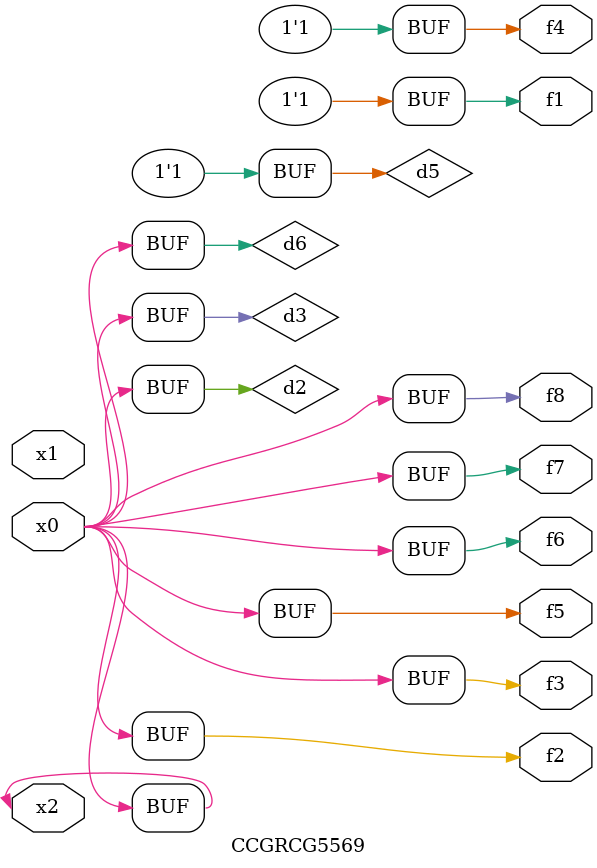
<source format=v>
module CCGRCG5569(
	input x0, x1, x2,
	output f1, f2, f3, f4, f5, f6, f7, f8
);

	wire d1, d2, d3, d4, d5, d6;

	xnor (d1, x2);
	buf (d2, x0, x2);
	and (d3, x0);
	xnor (d4, x1, x2);
	nand (d5, d1, d3);
	buf (d6, d2, d3);
	assign f1 = d5;
	assign f2 = d6;
	assign f3 = d6;
	assign f4 = d5;
	assign f5 = d6;
	assign f6 = d6;
	assign f7 = d6;
	assign f8 = d6;
endmodule

</source>
